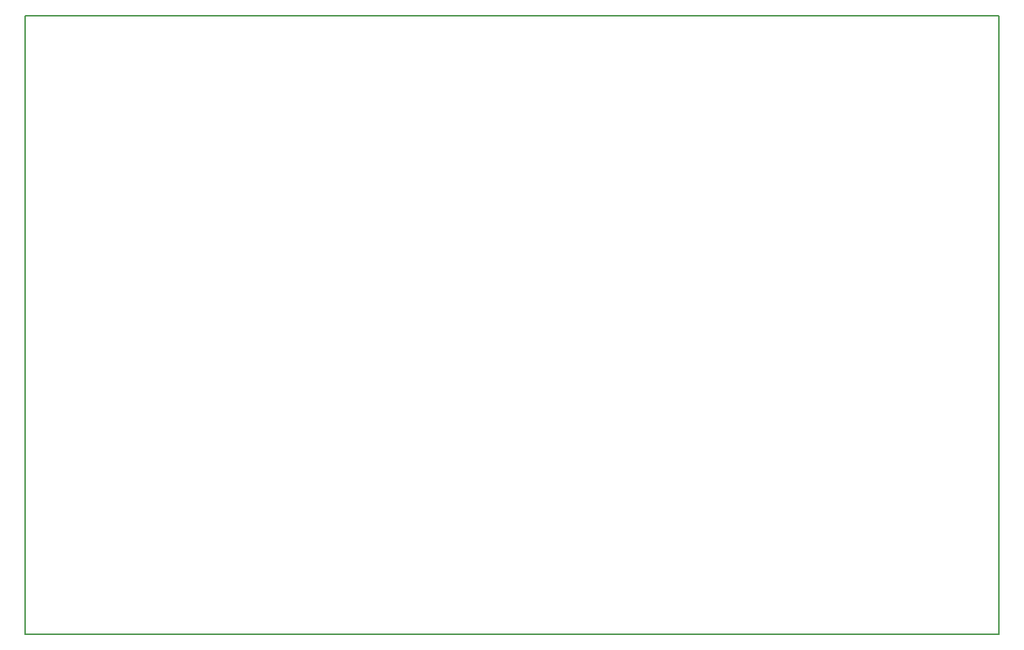
<source format=gm1>
G04 #@! TF.GenerationSoftware,KiCad,Pcbnew,5.0.2-bee76a0~70~ubuntu18.04.1*
G04 #@! TF.CreationDate,2018-12-20T01:02:46+01:00*
G04 #@! TF.ProjectId,eload,656c6f61-642e-46b6-9963-61645f706362,rev?*
G04 #@! TF.SameCoordinates,Original*
G04 #@! TF.FileFunction,Profile,NP*
%FSLAX46Y46*%
G04 Gerber Fmt 4.6, Leading zero omitted, Abs format (unit mm)*
G04 Created by KiCad (PCBNEW 5.0.2-bee76a0~70~ubuntu18.04.1) date Do 20 Dez 2018 01:02:46 CET*
%MOMM*%
%LPD*%
G01*
G04 APERTURE LIST*
%ADD10C,0.150000*%
G04 APERTURE END LIST*
D10*
X176000000Y-80000000D02*
X61000000Y-80000000D01*
X176000000Y-153000000D02*
X176000000Y-80000000D01*
X61000000Y-153000000D02*
X176000000Y-153000000D01*
X61000000Y-80000000D02*
X61000000Y-153000000D01*
M02*

</source>
